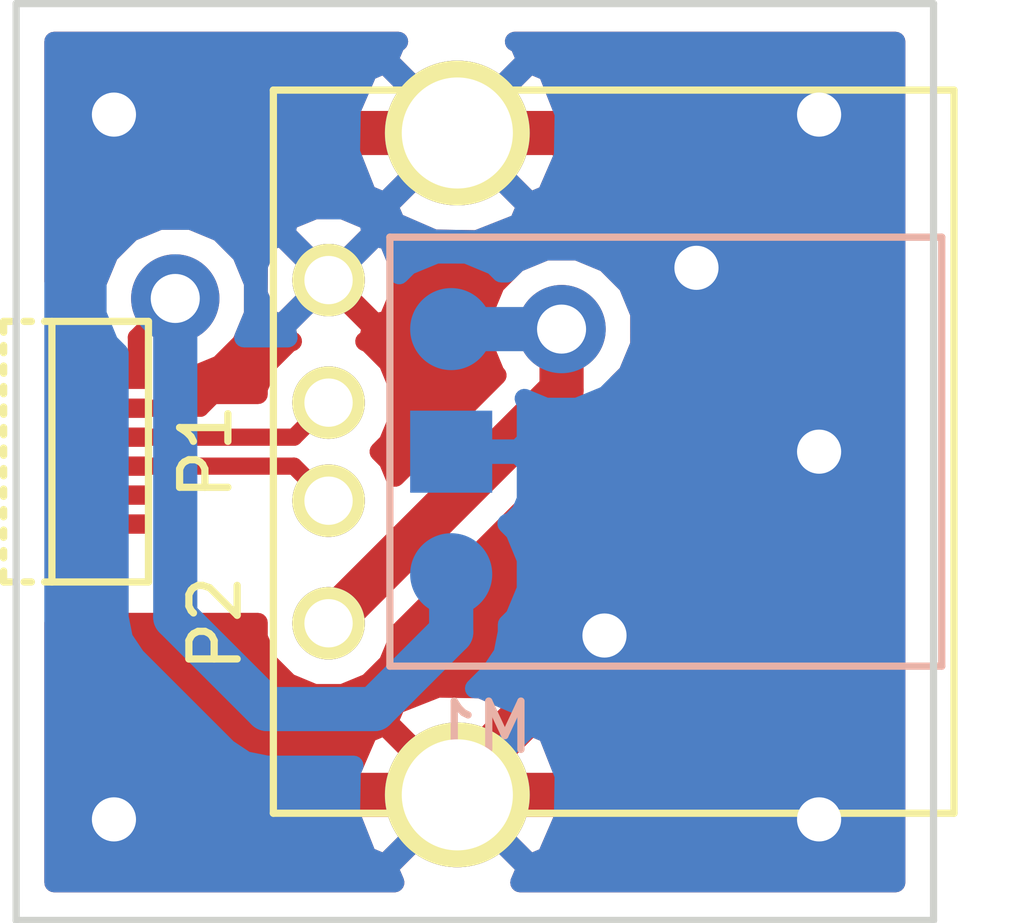
<source format=kicad_pcb>
(kicad_pcb (version 4) (host pcbnew 4.0.5-e0-6337~49~ubuntu16.04.1)

  (general
    (links 9)
    (no_connects 1)
    (area 134.012599 96.049999 155.42502 115.200001)
    (thickness 1.6)
    (drawings 4)
    (tracks 40)
    (zones 0)
    (modules 3)
    (nets 9)
  )

  (page A4)
  (layers
    (0 F.Cu signal)
    (31 B.Cu signal)
    (32 B.Adhes user)
    (33 F.Adhes user)
    (34 B.Paste user)
    (35 F.Paste user)
    (36 B.SilkS user)
    (37 F.SilkS user)
    (38 B.Mask user)
    (39 F.Mask user)
    (40 Dwgs.User user)
    (41 Cmts.User user)
    (42 Eco1.User user)
    (43 Eco2.User user)
    (44 Edge.Cuts user)
    (45 Margin user)
    (46 B.CrtYd user)
    (47 F.CrtYd user)
    (48 B.Fab user)
    (49 F.Fab user)
  )

  (setup
    (last_trace_width 0.3556)
    (user_trace_width 0.3556)
    (trace_clearance 0.1524)
    (zone_clearance 0.508)
    (zone_45_only yes)
    (trace_min 0.2032)
    (segment_width 0.2)
    (edge_width 0.15)
    (via_size 0.6096)
    (via_drill 0.4064)
    (via_min_size 0.6096)
    (via_min_drill 0.4064)
    (user_via 1.8288 0.9144)
    (uvia_size 0.3)
    (uvia_drill 0.1)
    (uvias_allowed no)
    (uvia_min_size 0)
    (uvia_min_drill 0)
    (pcb_text_width 0.3)
    (pcb_text_size 1.5 1.5)
    (mod_edge_width 0.15)
    (mod_text_size 1 1)
    (mod_text_width 0.15)
    (pad_size 1.7 1.7)
    (pad_drill 0)
    (pad_to_mask_clearance 0.2)
    (aux_axis_origin 0 0)
    (visible_elements FFFFFF7F)
    (pcbplotparams
      (layerselection 0x00030_80000001)
      (usegerberextensions false)
      (excludeedgelayer true)
      (linewidth 0.100000)
      (plotframeref false)
      (viasonmask false)
      (mode 1)
      (useauxorigin false)
      (hpglpennumber 1)
      (hpglpenspeed 20)
      (hpglpendiameter 15)
      (hpglpenoverlay 2)
      (psnegative false)
      (psa4output false)
      (plotreference true)
      (plotvalue true)
      (plotinvisibletext false)
      (padsonsilk false)
      (subtractmaskfromsilk false)
      (outputformat 1)
      (mirror false)
      (drillshape 1)
      (scaleselection 1)
      (outputdirectory ""))
  )

  (net 0 "")
  (net 1 +3V3)
  (net 2 GND)
  (net 3 +5V)
  (net 4 "Net-(P1-Pad7)")
  (net 5 BT_ON_OFF)
  (net 6 LED)
  (net 7 USB_D-)
  (net 8 USB_D+)

  (net_class Default "This is the default net class."
    (clearance 0.1524)
    (trace_width 0.3556)
    (via_dia 0.6096)
    (via_drill 0.4064)
    (uvia_dia 0.3)
    (uvia_drill 0.1)
    (add_net BT_ON_OFF)
    (add_net LED)
    (add_net "Net-(P1-Pad7)")
  )

  (net_class Data ""
    (clearance 0.1524)
    (trace_width 0.3556)
    (via_dia 0.6096)
    (via_drill 0.4064)
    (uvia_dia 0.3)
    (uvia_drill 0.1)
    (add_net USB_D+)
    (add_net USB_D-)
  )

  (net_class Power ""
    (clearance 0.1524)
    (trace_width 0.9144)
    (via_dia 1.8288)
    (via_drill 1.016)
    (uvia_dia 0.3)
    (uvia_drill 0.1)
    (add_net +3V3)
    (add_net +5V)
    (add_net GND)
  )

  (module power:Pololu_U1V10F5 (layer B.Cu) (tedit 5A1BF408) (tstamp 5A252CDF)
    (at 143.51 107.95)
    (path /5A19BD31)
    (fp_text reference M1 (at 0.635 3.175) (layer B.SilkS)
      (effects (font (size 1 1) (thickness 0.15)) (justify mirror))
    )
    (fp_text value "Pololu U1V10F5" (at 5.715 -3.81) (layer B.Fab)
      (effects (font (size 1 1) (thickness 0.15)) (justify mirror))
    )
    (fp_text user Pololu (at 5.715 -1.27) (layer B.Fab)
      (effects (font (size 1 1) (thickness 0.15)) (justify mirror))
    )
    (fp_line (start -1.27 -6.985) (end -1.27 1.905) (layer B.SilkS) (width 0.15))
    (fp_line (start 10.16 -6.985) (end -1.27 -6.985) (layer B.SilkS) (width 0.15))
    (fp_line (start 10.16 1.905) (end 10.16 -6.985) (layer B.SilkS) (width 0.15))
    (fp_line (start -1.27 1.905) (end 10.16 1.905) (layer B.SilkS) (width 0.15))
    (pad 1 smd circle (at 0 0) (size 1.7 1.7) (layers B.Cu B.Paste B.Mask)
      (net 1 +3V3))
    (pad 2 smd rect (at 0 -2.54) (size 1.7 1.7) (layers B.Cu B.Paste B.Mask)
      (net 2 GND))
    (pad 3 smd circle (at 0 -5.08) (size 1.7 1.7) (layers B.Cu B.Paste B.Mask)
      (net 3 +5V))
  )

  (module Connectors:USB_A (layer F.Cu) (tedit 5543E289) (tstamp 5A252D14)
    (at 140.97212 108.96686 90)
    (descr "USB A connector")
    (tags "USB USB_A")
    (path /5A19DAF5)
    (fp_text reference P2 (at 0 -2.35 90) (layer F.SilkS)
      (effects (font (size 1 1) (thickness 0.15)))
    )
    (fp_text value USB (at 3.83794 7.43458 90) (layer F.Fab)
      (effects (font (size 1 1) (thickness 0.15)))
    )
    (fp_line (start -5.3 13.2) (end -5.3 -1.4) (layer F.CrtYd) (width 0.05))
    (fp_line (start 11.95 -1.4) (end 11.95 13.2) (layer F.CrtYd) (width 0.05))
    (fp_line (start -5.3 13.2) (end 11.95 13.2) (layer F.CrtYd) (width 0.05))
    (fp_line (start -5.3 -1.4) (end 11.95 -1.4) (layer F.CrtYd) (width 0.05))
    (fp_line (start 11.04986 -1.14512) (end 11.04986 12.95188) (layer F.SilkS) (width 0.15))
    (fp_line (start -3.93614 12.95188) (end -3.93614 -1.14512) (layer F.SilkS) (width 0.15))
    (fp_line (start 11.04986 -1.14512) (end -3.93614 -1.14512) (layer F.SilkS) (width 0.15))
    (fp_line (start 11.04986 12.95188) (end -3.93614 12.95188) (layer F.SilkS) (width 0.15))
    (pad 4 thru_hole circle (at 7.11286 -0.00212) (size 1.50114 1.50114) (drill 1.00076) (layers *.Cu *.Mask F.SilkS)
      (net 2 GND))
    (pad 3 thru_hole circle (at 4.57286 -0.00212) (size 1.50114 1.50114) (drill 1.00076) (layers *.Cu *.Mask F.SilkS)
      (net 8 USB_D+))
    (pad 2 thru_hole circle (at 2.54086 -0.00212) (size 1.50114 1.50114) (drill 1.00076) (layers *.Cu *.Mask F.SilkS)
      (net 7 USB_D-))
    (pad 1 thru_hole circle (at 0.00086 -0.00212) (size 1.50114 1.50114) (drill 1.00076) (layers *.Cu *.Mask F.SilkS)
      (net 3 +5V))
    (pad 5 thru_hole circle (at 10.16086 2.66488) (size 2.99974 2.99974) (drill 2.30124) (layers *.Cu *.Mask F.SilkS)
      (net 2 GND))
    (pad 5 thru_hole circle (at -3.55514 2.66488) (size 2.99974 2.99974) (drill 2.30124) (layers *.Cu *.Mask F.SilkS)
      (net 2 GND))
    (model Connect.3dshapes/USB_A.wrl
      (at (xyz 0.14 0 0))
      (scale (xyz 1 1 1))
      (rotate (xyz 0 0 90))
    )
  )

  (module power:JST_SM06B-XSRS-ETB (layer F.Cu) (tedit 5A19DBD1) (tstamp 5A252D02)
    (at 135.89 105.41 270)
    (path /5A19B5DA)
    (fp_text reference P1 (at 0 -2.54 450) (layer F.SilkS)
      (effects (font (size 1 1) (thickness 0.15)))
    )
    (fp_text value Notebook (at 0 -3.81 270) (layer F.Fab)
      (effects (font (size 1 1) (thickness 0.15)))
    )
    (fp_line (start -1.775 1.65) (end -1.625 1.65) (layer F.SilkS) (width 0.15))
    (fp_line (start -2.7 1.5) (end -2.7 1.65) (layer F.SilkS) (width 0.15))
    (fp_line (start -2.7 1.075) (end -2.7 1.225) (layer F.SilkS) (width 0.15))
    (fp_line (start -2.7 0.65) (end -2.7 0.8) (layer F.SilkS) (width 0.15))
    (fp_line (start -2.7 -1.35) (end -2.7 0.65) (layer F.SilkS) (width 0.15))
    (fp_line (start 2.7 -1.35) (end -2.7 -1.35) (layer F.SilkS) (width 0.15))
    (fp_line (start 2.7 0.65) (end 2.7 -1.35) (layer F.SilkS) (width 0.15))
    (fp_line (start -2.7 0.65) (end 2.7 0.65) (layer F.SilkS) (width 0.15))
    (fp_line (start -1.35 1.65) (end -1.2 1.65) (layer F.SilkS) (width 0.15))
    (fp_line (start -0.925 1.65) (end -0.775 1.65) (layer F.SilkS) (width 0.15))
    (fp_line (start -2.7 1.65) (end -2.475 1.65) (layer F.SilkS) (width 0.15))
    (fp_line (start -2.2 1.65) (end -2.05 1.65) (layer F.SilkS) (width 0.15))
    (fp_line (start 1.2 1.65) (end 1.35 1.65) (layer F.SilkS) (width 0.15))
    (fp_line (start 0.35 1.65) (end 0.5 1.65) (layer F.SilkS) (width 0.15))
    (fp_line (start 0.775 1.65) (end 0.925 1.65) (layer F.SilkS) (width 0.15))
    (fp_line (start -0.075 1.65) (end 0.075 1.65) (layer F.SilkS) (width 0.15))
    (fp_line (start -0.5 1.65) (end -0.35 1.65) (layer F.SilkS) (width 0.15))
    (fp_line (start 2.475 1.65) (end 2.7 1.65) (layer F.SilkS) (width 0.15))
    (fp_line (start 2.05 1.65) (end 2.2 1.65) (layer F.SilkS) (width 0.15))
    (fp_line (start 1.625 1.65) (end 1.775 1.65) (layer F.SilkS) (width 0.15))
    (fp_line (start 2.7 1.5) (end 2.7 1.65) (layer F.SilkS) (width 0.15))
    (fp_line (start 2.7 0.65) (end 2.7 0.8) (layer F.SilkS) (width 0.15))
    (fp_line (start 2.7 1.075) (end 2.7 1.225) (layer F.SilkS) (width 0.15))
    (pad 7 smd rect (at 2.45 0.275 270) (size 0.7 1.05) (layers F.Cu F.Paste F.Mask)
      (net 4 "Net-(P1-Pad7)"))
    (pad 7 smd rect (at -2.45 0.275 270) (size 0.7 1.05) (layers F.Cu F.Paste F.Mask)
      (net 4 "Net-(P1-Pad7)"))
    (pad 6 smd rect (at 1.5 -1.1 270) (size 0.4 0.6) (layers F.Cu F.Paste F.Mask)
      (net 5 BT_ON_OFF))
    (pad 5 smd rect (at 0.9 -1.1 270) (size 0.4 0.6) (layers F.Cu F.Paste F.Mask)
      (net 6 LED))
    (pad 4 smd rect (at 0.3 -1.1 270) (size 0.4 0.6) (layers F.Cu F.Paste F.Mask)
      (net 7 USB_D-))
    (pad 3 smd rect (at -0.3 -1.1 270) (size 0.4 0.6) (layers F.Cu F.Paste F.Mask)
      (net 8 USB_D+))
    (pad 2 smd rect (at -0.9 -1.1 270) (size 0.4 0.6) (layers F.Cu F.Paste F.Mask)
      (net 2 GND))
    (pad 1 smd rect (at -1.5 -1.1 270) (size 0.4 0.6) (layers F.Cu F.Paste F.Mask)
      (net 1 +3V3))
  )

  (gr_line (start 134.5 115.125) (end 134.5 96.125) (layer Edge.Cuts) (width 0.15))
  (gr_line (start 153.5 115.125) (end 134.5 115.125) (layer Edge.Cuts) (width 0.15))
  (gr_line (start 153.5 96.125) (end 153.5 115.125) (layer Edge.Cuts) (width 0.15))
  (gr_line (start 134.5 96.125) (end 153.5 96.125) (layer Edge.Cuts) (width 0.15))

  (segment (start 143.51 107.95) (end 143.51 109.152081) (width 0.9144) (layer B.Cu) (net 1))
  (segment (start 139.7 110.744) (end 137.795 108.839) (width 0.9144) (layer B.Cu) (net 1))
  (segment (start 143.51 109.152081) (end 141.918081 110.744) (width 0.9144) (layer B.Cu) (net 1))
  (segment (start 141.918081 110.744) (end 139.7 110.744) (width 0.9144) (layer B.Cu) (net 1))
  (segment (start 137.795 108.839) (end 137.795 102.666052) (width 0.9144) (layer B.Cu) (net 1))
  (segment (start 137.795 102.666052) (end 137.795 102.235) (width 0.9144) (layer B.Cu) (net 1))
  (segment (start 136.99 103.91) (end 136.99 103.04) (width 0.3556) (layer F.Cu) (net 1))
  (segment (start 136.99 103.04) (end 137.795 102.235) (width 0.3556) (layer F.Cu) (net 1))
  (via (at 137.795 102.235) (size 1.8288) (drill 1.016) (layers F.Cu B.Cu) (net 1))
  (via (at 136.525 98.425) (size 1.8288) (drill 0.9144) (layers F.Cu B.Cu) (net 2))
  (segment (start 136.906 98.806) (end 136.525 98.425) (width 0.9144) (layer F.Cu) (net 2))
  (segment (start 143.637 98.806) (end 136.906 98.806) (width 0.9144) (layer F.Cu) (net 2))
  (via (at 151.13 98.425) (size 1.8288) (drill 0.9144) (layers F.Cu B.Cu) (net 2))
  (via (at 151.13 105.41) (size 1.8288) (drill 0.9144) (layers F.Cu B.Cu) (net 2))
  (via (at 148.59 101.6) (size 1.8288) (drill 0.9144) (layers F.Cu B.Cu) (net 2) (status 1000000))
  (via (at 146.685 109.22) (size 1.8288) (drill 0.9144) (layers F.Cu B.Cu) (net 2))
  (via (at 151.13 113.03) (size 1.8288) (drill 0.9144) (layers F.Cu B.Cu) (net 2))
  (via (at 136.525 113.03) (size 1.8288) (drill 0.9144) (layers F.Cu B.Cu) (net 2))
  (segment (start 143.637 112.522) (end 137.033 112.522) (width 0.9144) (layer F.Cu) (net 2))
  (segment (start 137.033 112.522) (end 136.525 113.03) (width 0.9144) (layer F.Cu) (net 2))
  (segment (start 143.637 112.522) (end 150.622 112.522) (width 0.9144) (layer F.Cu) (net 2))
  (segment (start 150.622 112.522) (end 151.13 113.03) (width 0.9144) (layer F.Cu) (net 2))
  (segment (start 143.637 112.268) (end 146.685 109.22) (width 0.9144) (layer F.Cu) (net 2))
  (segment (start 143.637 112.522) (end 143.637 112.268) (width 0.9144) (layer F.Cu) (net 2))
  (segment (start 148.59 102.87) (end 151.13 105.41) (width 0.9144) (layer F.Cu) (net 2))
  (segment (start 148.59 101.6) (end 148.59 102.87) (width 0.9144) (layer F.Cu) (net 2))
  (segment (start 145.796 98.806) (end 148.59 101.6) (width 0.9144) (layer F.Cu) (net 2))
  (segment (start 143.637 98.806) (end 145.796 98.806) (width 0.9144) (layer F.Cu) (net 2))
  (segment (start 148.59 100.965) (end 151.13 98.425) (width 0.9144) (layer F.Cu) (net 2))
  (segment (start 148.59 101.6) (end 148.59 100.965) (width 0.9144) (layer F.Cu) (net 2))
  (segment (start 136.99 104.51) (end 138.314 104.51) (width 0.3556) (layer F.Cu) (net 2))
  (segment (start 138.314 104.51) (end 140.97 101.854) (width 0.3556) (layer F.Cu) (net 2))
  (segment (start 145.796 102.87) (end 143.51 102.87) (width 0.9144) (layer B.Cu) (net 3))
  (segment (start 140.97 108.966) (end 145.796 104.14) (width 0.9144) (layer F.Cu) (net 3))
  (segment (start 145.796 104.14) (end 145.796 102.87) (width 0.9144) (layer F.Cu) (net 3))
  (via (at 145.796 102.87) (size 1.8288) (drill 1.016) (layers F.Cu B.Cu) (net 3))
  (segment (start 136.99 105.71) (end 140.254 105.71) (width 0.3556) (layer F.Cu) (net 7))
  (segment (start 140.254 105.71) (end 140.97 106.426) (width 0.3556) (layer F.Cu) (net 7))
  (segment (start 136.99 105.11) (end 140.254 105.11) (width 0.3556) (layer F.Cu) (net 8))
  (segment (start 140.254 105.11) (end 140.97 104.394) (width 0.3556) (layer F.Cu) (net 8))

  (zone (net 2) (net_name GND) (layer F.Cu) (tstamp 0) (hatch edge 0.508)
    (connect_pads (clearance 0.508))
    (min_thickness 0.4064)
    (fill yes (arc_segments 16) (thermal_gap 0.508) (thermal_bridge_width 0.508))
    (polygon
      (pts
        (xy 134.5 96.125) (xy 153.5 96.125) (xy 153.5 115.125) (xy 134.5 115.125)
      )
    )
    (filled_polygon
      (pts
        (xy 142.353339 96.952766) (xy 142.204991 97.302149) (xy 143.637 98.734158) (xy 145.069009 97.302149) (xy 144.920661 96.952766)
        (xy 144.824877 96.9112) (xy 152.7138 96.9112) (xy 152.7138 114.3388) (xy 144.936131 114.3388) (xy 145.069009 114.025851)
        (xy 143.637 112.593842) (xy 142.204991 114.025851) (xy 142.337869 114.3388) (xy 135.2862 114.3388) (xy 135.2862 112.924749)
        (xy 141.41888 112.924749) (xy 141.74185 113.742929) (xy 141.783766 113.805661) (xy 142.133149 113.954009) (xy 143.565158 112.522)
        (xy 143.708842 112.522) (xy 145.140851 113.954009) (xy 145.490234 113.805661) (xy 145.840401 112.998746) (xy 145.85512 112.119251)
        (xy 145.53215 111.301071) (xy 145.490234 111.238339) (xy 145.140851 111.089991) (xy 143.708842 112.522) (xy 143.565158 112.522)
        (xy 142.133149 111.089991) (xy 141.783766 111.238339) (xy 141.433599 112.045254) (xy 141.41888 112.924749) (xy 135.2862 112.924749)
        (xy 135.2862 111.018149) (xy 142.204991 111.018149) (xy 143.637 112.450158) (xy 145.069009 111.018149) (xy 144.920661 110.668766)
        (xy 144.113746 110.318599) (xy 143.234251 110.30388) (xy 142.416071 110.62685) (xy 142.353339 110.668766) (xy 142.204991 111.018149)
        (xy 135.2862 111.018149) (xy 135.2862 108.9532) (xy 139.508241 108.9532) (xy 139.507977 109.255488) (xy 139.730049 109.792945)
        (xy 140.140893 110.204506) (xy 140.67796 110.427516) (xy 141.259488 110.428023) (xy 141.796945 110.205951) (xy 142.208506 109.795107)
        (xy 142.431516 109.25804) (xy 142.431604 109.156764) (xy 146.622181 104.966186) (xy 146.622184 104.966184) (xy 146.875461 104.587127)
        (xy 146.896495 104.481382) (xy 146.964401 104.14) (xy 146.9644 104.139995) (xy 146.9644 104.000579) (xy 147.173313 103.79203)
        (xy 147.421317 103.19477) (xy 147.421881 102.548067) (xy 147.17492 101.950375) (xy 146.71803 101.492687) (xy 146.12077 101.244683)
        (xy 145.474067 101.244119) (xy 144.876375 101.49108) (xy 144.418687 101.94797) (xy 144.170683 102.54523) (xy 144.170119 103.191933)
        (xy 144.41708 103.789625) (xy 144.45551 103.828123) (xy 142.348723 105.93491) (xy 142.209951 105.599055) (xy 142.021256 105.410031)
        (xy 142.208506 105.223107) (xy 142.431516 104.68604) (xy 142.432023 104.104512) (xy 142.209951 103.567055) (xy 141.799107 103.155494)
        (xy 141.724953 103.124702) (xy 141.791597 103.097501) (xy 141.804433 103.088924) (xy 141.861538 102.81738) (xy 140.97 101.925842)
        (xy 140.078462 102.81738) (xy 140.135567 103.088924) (xy 140.217415 103.123324) (xy 140.143055 103.154049) (xy 139.731494 103.564893)
        (xy 139.508484 104.10196) (xy 139.50838 104.221) (xy 138.0012 104.221) (xy 138.0012 104.178803) (xy 138.015133 104.11)
        (xy 138.015133 103.860792) (xy 138.116933 103.860881) (xy 138.714625 103.61392) (xy 139.172313 103.15703) (xy 139.420317 102.55977)
        (xy 139.420685 102.13719) (xy 139.506744 102.13719) (xy 139.726499 102.675597) (xy 139.735076 102.688433) (xy 140.00662 102.745538)
        (xy 140.898158 101.854) (xy 141.041842 101.854) (xy 141.93338 102.745538) (xy 142.204924 102.688433) (xy 142.430244 102.15233)
        (xy 142.433256 101.57081) (xy 142.213501 101.032403) (xy 142.204924 101.019567) (xy 141.93338 100.962462) (xy 141.041842 101.854)
        (xy 140.898158 101.854) (xy 140.00662 100.962462) (xy 139.735076 101.019567) (xy 139.509756 101.55567) (xy 139.506744 102.13719)
        (xy 139.420685 102.13719) (xy 139.420881 101.913067) (xy 139.17392 101.315375) (xy 138.749906 100.89062) (xy 140.078462 100.89062)
        (xy 140.97 101.782158) (xy 141.861538 100.89062) (xy 141.804433 100.619076) (xy 141.26833 100.393756) (xy 140.68681 100.390744)
        (xy 140.148403 100.610499) (xy 140.135567 100.619076) (xy 140.078462 100.89062) (xy 138.749906 100.89062) (xy 138.71703 100.857687)
        (xy 138.11977 100.609683) (xy 137.473067 100.609119) (xy 136.875375 100.85608) (xy 136.417687 101.31297) (xy 136.177095 101.892379)
        (xy 136.14 101.884867) (xy 135.2862 101.884867) (xy 135.2862 100.309851) (xy 142.204991 100.309851) (xy 142.353339 100.659234)
        (xy 143.160254 101.009401) (xy 144.039749 101.02412) (xy 144.857929 100.70115) (xy 144.920661 100.659234) (xy 145.069009 100.309851)
        (xy 143.637 98.877842) (xy 142.204991 100.309851) (xy 135.2862 100.309851) (xy 135.2862 99.208749) (xy 141.41888 99.208749)
        (xy 141.74185 100.026929) (xy 141.783766 100.089661) (xy 142.133149 100.238009) (xy 143.565158 98.806) (xy 143.708842 98.806)
        (xy 145.140851 100.238009) (xy 145.490234 100.089661) (xy 145.840401 99.282746) (xy 145.85512 98.403251) (xy 145.53215 97.585071)
        (xy 145.490234 97.522339) (xy 145.140851 97.373991) (xy 143.708842 98.806) (xy 143.565158 98.806) (xy 142.133149 97.373991)
        (xy 141.783766 97.522339) (xy 141.433599 98.329254) (xy 141.41888 99.208749) (xy 135.2862 99.208749) (xy 135.2862 96.9112)
        (xy 142.415547 96.9112)
      )
    )
  )
  (zone (net 2) (net_name GND) (layer B.Cu) (tstamp 5A1BFDED) (hatch edge 0.508)
    (connect_pads (clearance 0.508))
    (min_thickness 0.4064)
    (fill yes (arc_segments 16) (thermal_gap 0.508) (thermal_bridge_width 0.508))
    (polygon
      (pts
        (xy 134.5 96.125) (xy 153.5 96.125) (xy 153.5 115.125) (xy 134.5 115.125)
      )
    )
    (filled_polygon
      (pts
        (xy 142.353339 96.952766) (xy 142.204991 97.302149) (xy 143.637 98.734158) (xy 145.069009 97.302149) (xy 144.920661 96.952766)
        (xy 144.824877 96.9112) (xy 152.7138 96.9112) (xy 152.7138 114.3388) (xy 144.936131 114.3388) (xy 145.069009 114.025851)
        (xy 143.637 112.593842) (xy 142.204991 114.025851) (xy 142.337869 114.3388) (xy 135.2862 114.3388) (xy 135.2862 102.556933)
        (xy 136.169119 102.556933) (xy 136.41608 103.154625) (xy 136.6266 103.365513) (xy 136.6266 108.838995) (xy 136.626599 108.839)
        (xy 136.715539 109.286128) (xy 136.968816 109.665184) (xy 138.873814 111.570181) (xy 138.873816 111.570184) (xy 139.063344 111.696822)
        (xy 139.252872 111.823461) (xy 139.7 111.912401) (xy 139.700005 111.9124) (xy 141.491252 111.9124) (xy 141.433599 112.045254)
        (xy 141.41888 112.924749) (xy 141.74185 113.742929) (xy 141.783766 113.805661) (xy 142.133149 113.954009) (xy 143.565158 112.522)
        (xy 143.708842 112.522) (xy 145.140851 113.954009) (xy 145.490234 113.805661) (xy 145.840401 112.998746) (xy 145.85512 112.119251)
        (xy 145.53215 111.301071) (xy 145.490234 111.238339) (xy 145.140851 111.089991) (xy 143.708842 112.522) (xy 143.565158 112.522)
        (xy 143.551016 112.507858) (xy 143.622858 112.436016) (xy 143.637 112.450158) (xy 145.069009 111.018149) (xy 144.920661 110.668766)
        (xy 144.113746 110.318599) (xy 143.99779 110.316658) (xy 144.336181 109.978267) (xy 144.336184 109.978265) (xy 144.589461 109.599208)
        (xy 144.6784 109.152081) (xy 144.6784 108.989584) (xy 144.832749 108.835504) (xy 145.070929 108.261904) (xy 145.071471 107.64082)
        (xy 144.834293 107.066806) (xy 144.66941 106.901635) (xy 144.762862 106.862926) (xy 144.962926 106.662863) (xy 145.0712 106.401467)
        (xy 145.0712 105.6386) (xy 144.8934 105.4608) (xy 143.5608 105.4608) (xy 143.5608 105.4808) (xy 143.4592 105.4808)
        (xy 143.4592 105.4608) (xy 143.4392 105.4608) (xy 143.4392 105.3592) (xy 143.4592 105.3592) (xy 143.4592 105.3392)
        (xy 143.5608 105.3392) (xy 143.5608 105.3592) (xy 144.8934 105.3592) (xy 145.0712 105.1814) (xy 145.0712 104.418533)
        (xy 145.026516 104.310655) (xy 145.47123 104.495317) (xy 146.117933 104.495881) (xy 146.715625 104.24892) (xy 147.173313 103.79203)
        (xy 147.421317 103.19477) (xy 147.421881 102.548067) (xy 147.17492 101.950375) (xy 146.71803 101.492687) (xy 146.12077 101.244683)
        (xy 145.474067 101.244119) (xy 144.876375 101.49108) (xy 144.665487 101.7016) (xy 144.549584 101.7016) (xy 144.395504 101.547251)
        (xy 143.821904 101.309071) (xy 143.20082 101.308529) (xy 142.626806 101.545707) (xy 142.432381 101.739793) (xy 142.433256 101.57081)
        (xy 142.213501 101.032403) (xy 142.204924 101.019567) (xy 141.93338 100.962462) (xy 141.041842 101.854) (xy 141.055985 101.868143)
        (xy 140.984143 101.939985) (xy 140.97 101.925842) (xy 140.078462 102.81738) (xy 140.126708 103.0468) (xy 139.218084 103.0468)
        (xy 139.420317 102.55977) (xy 139.420685 102.13719) (xy 139.506744 102.13719) (xy 139.726499 102.675597) (xy 139.735076 102.688433)
        (xy 140.00662 102.745538) (xy 140.898158 101.854) (xy 140.00662 100.962462) (xy 139.735076 101.019567) (xy 139.509756 101.55567)
        (xy 139.506744 102.13719) (xy 139.420685 102.13719) (xy 139.420881 101.913067) (xy 139.17392 101.315375) (xy 138.749906 100.89062)
        (xy 140.078462 100.89062) (xy 140.97 101.782158) (xy 141.861538 100.89062) (xy 141.804433 100.619076) (xy 141.26833 100.393756)
        (xy 140.68681 100.390744) (xy 140.148403 100.610499) (xy 140.135567 100.619076) (xy 140.078462 100.89062) (xy 138.749906 100.89062)
        (xy 138.71703 100.857687) (xy 138.11977 100.609683) (xy 137.473067 100.609119) (xy 136.875375 100.85608) (xy 136.417687 101.31297)
        (xy 136.169683 101.91023) (xy 136.169119 102.556933) (xy 135.2862 102.556933) (xy 135.2862 100.309851) (xy 142.204991 100.309851)
        (xy 142.353339 100.659234) (xy 143.160254 101.009401) (xy 144.039749 101.02412) (xy 144.857929 100.70115) (xy 144.920661 100.659234)
        (xy 145.069009 100.309851) (xy 143.637 98.877842) (xy 142.204991 100.309851) (xy 135.2862 100.309851) (xy 135.2862 99.208749)
        (xy 141.41888 99.208749) (xy 141.74185 100.026929) (xy 141.783766 100.089661) (xy 142.133149 100.238009) (xy 143.565158 98.806)
        (xy 143.708842 98.806) (xy 145.140851 100.238009) (xy 145.490234 100.089661) (xy 145.840401 99.282746) (xy 145.85512 98.403251)
        (xy 145.53215 97.585071) (xy 145.490234 97.522339) (xy 145.140851 97.373991) (xy 143.708842 98.806) (xy 143.565158 98.806)
        (xy 142.133149 97.373991) (xy 141.783766 97.522339) (xy 141.433599 98.329254) (xy 141.41888 99.208749) (xy 135.2862 99.208749)
        (xy 135.2862 96.9112) (xy 142.415547 96.9112)
      )
    )
  )
  (zone (net 0) (net_name "") (layer B.Cu) (tstamp 0) (hatch full 0.508)
    (connect_pads (clearance 0.508))
    (min_thickness 0.4064)
    (keepout (tracks not_allowed) (vias not_allowed) (copperpour not_allowed))
    (fill yes (arc_segments 16) (thermal_gap 0.508) (thermal_bridge_width 0.508))
    (polygon
      (pts
        (xy 138.75 103.25) (xy 140.5 103.25) (xy 140 104) (xy 138.75 104)
      )
    )
  )
  (zone (net 0) (net_name "") (layer F.Cu) (tstamp 0) (hatch full 0.508)
    (connect_pads (clearance 0.508))
    (min_thickness 0.4064)
    (keepout (tracks not_allowed) (vias not_allowed) (copperpour not_allowed))
    (fill yes (arc_segments 16) (thermal_gap 0.508) (thermal_bridge_width 0.508))
    (polygon
      (pts
        (xy 135 108.75) (xy 139.75 108.75) (xy 138 108.25)
      )
    )
  )
)

</source>
